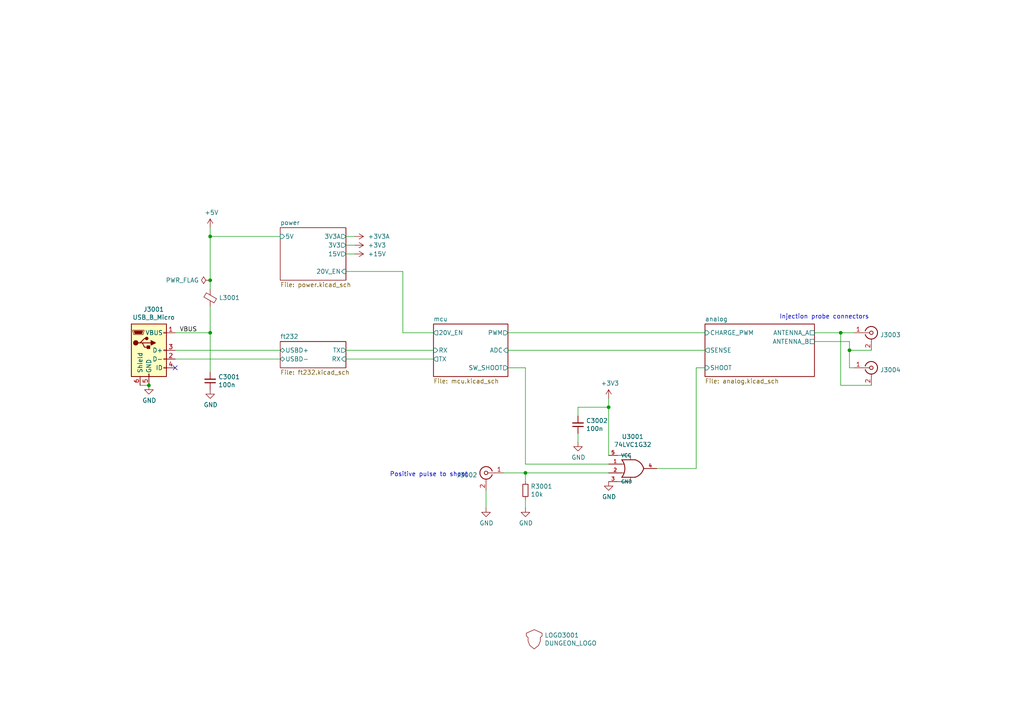
<source format=kicad_sch>
(kicad_sch (version 20250114) (generator "eeschema") (generator_version "9.0")
  (paper "A4")
  (title_block (title "Electromagnetic Fault Injector") (date "2019-10-29") (rev "0.1") (company "Ledger"))
  (lib_symbols
    (symbol "Connector:Conn_Coaxial" (pin_names (offset 1.016) (hide yes))
      (property "Reference" "J" (at 0.254 3.048 0))
      (property "Value" "Conn_Coaxial" (at 2.921 0 90))
      (symbol "Conn_Coaxial_0_1"
        (polyline (pts (xy -2.54 0) (xy -0.508 0)))
        (arc (start -1.778 0.508) (mid 0.222 1.8083) (end 1.778 0) (stroke (width 0.254)))
        (arc (start 1.778 0) (mid 0.222 -1.808) (end -1.778 -0.508) (stroke (width 0.254)))
        (circle (center 0 0) (radius 0.508) (stroke (width 0.2032)))
        (polyline (pts (xy 0 -2.54) (xy 0 -1.778)))
      )
      (symbol "Conn_Coaxial_1_1"
        (pin passive line (at -5.08 0 0) (length 2.54) (name "In") (number "1"))
        (pin passive line (at 0 -5.08 90) (length 2.54) (name "Ext") (number "2"))
      )
    )
    (symbol "Connector:USB_B_Micro" (pin_names (offset 1.016))
      (property "Reference" "J" (at -5.08 11.43 0))
      (property "Value" "USB_B_Micro" (at -5.08 8.89 0))
      (symbol "USB_B_Micro_0_1"
        (rectangle (start -5.08 -7.62) (end 5.08 7.62) (stroke (width 0.254)) (fill (type background)))
        (polyline (pts (xy -4.699 5.842) (xy -4.699 5.588) (xy -4.445 4.826) (xy -4.445 4.572) (xy -1.651 4.572) (xy -1.651 4.826) (xy -1.397 5.588) (xy -1.397 5.842) (xy -4.699 5.842)))
        (polyline (pts (xy -4.318 5.588) (xy -1.778 5.588) (xy -2.032 4.826) (xy -4.064 4.826) (xy -4.318 5.588)) (fill (type outline)))
        (circle (center -3.81 2.159) (radius 0.635) (stroke (width 0.254)) (fill (type outline)))
        (polyline (pts (xy -3.175 2.159) (xy -2.54 2.159) (xy -1.27 3.429) (xy -0.635 3.429)) (stroke (width 0.254)))
        (polyline (pts (xy -2.54 2.159) (xy -1.905 2.159) (xy -1.27 0.889) (xy 0 0.889)) (stroke (width 0.254)))
        (polyline (pts (xy -1.905 2.159) (xy 0.635 2.159)) (stroke (width 0.254)))
        (circle (center -0.635 3.429) (radius 0.381) (stroke (width 0.254)) (fill (type outline)))
        (rectangle (start -0.127 -7.62) (end 0.127 -6.858))
        (rectangle (start 0.254 1.27) (end -0.508 0.508) (stroke (width 0.254)) (fill (type outline)))
        (polyline (pts (xy 0.635 2.794) (xy 0.635 1.524) (xy 1.905 2.159) (xy 0.635 2.794)) (stroke (width 0.254)) (fill (type outline)))
        (rectangle (start 5.08 4.953) (end 4.318 5.207))
        (rectangle (start 5.08 -0.127) (end 4.318 0.127))
        (rectangle (start 5.08 -2.667) (end 4.318 -2.413))
        (rectangle (start 5.08 -5.207) (end 4.318 -4.953))
      )
      (symbol "USB_B_Micro_1_1"
        (pin passive line (at -2.54 -10.16 90) (length 2.54) (name "Shield") (number "6"))
        (pin power_out line (at 0 -10.16 90) (length 2.54) (name "GND") (number "5"))
        (pin power_out line (at 7.62 5.08 180) (length 2.54) (name "VBUS") (number "1"))
        (pin bidirectional line (at 7.62 0 180) (length 2.54) (name "D+") (number "3"))
        (pin bidirectional line (at 7.62 -2.54 180) (length 2.54) (name "D-") (number "2"))
        (pin passive line (at 7.62 -5.08 180) (length 2.54) (name "ID") (number "4"))
      )
    )
    (symbol "Device:C_Small" (pin_numbers (hide yes)) (pin_names (offset 0.254) (hide yes))
      (property "Reference" "C" (at 0.254 1.778 0))
      (property "Value" "C_Small" (at 0.254 -2.032 0))
      (symbol "C_Small_0_1"
        (polyline (pts (xy -1.524 0.508) (xy 1.524 0.508)) (stroke (width 0.3048)))
        (polyline (pts (xy -1.524 -0.508) (xy 1.524 -0.508)) (stroke (width 0.3302)))
      )
      (symbol "C_Small_1_1"
        (pin passive line (at 0 2.54 270) (length 2.032) (name "~") (number "1"))
        (pin passive line (at 0 -2.54 90) (length 2.032) (name "~") (number "2"))
      )
    )
    (symbol "Device:Ferrite_Bead_Small" (pin_numbers (hide yes)) (pin_names (offset 0))
      (property "Reference" "FB" (at 1.905 1.27 0))
      (property "Value" "Device_Ferrite_Bead_Small" (at 1.905 -1.27 0))
      (symbol "Ferrite_Bead_Small_0_1"
        (polyline (pts (xy -1.8288 0.2794) (xy -1.1176 1.4986) (xy 1.8288 -0.2032) (xy 1.1176 -1.4224) (xy -1.8288 0.2794)))
        (polyline (pts (xy 0 0.889) (xy 0 1.2954)))
        (polyline (pts (xy 0 -1.27) (xy 0 -0.7874)))
      )
      (symbol "Ferrite_Bead_Small_1_1"
        (pin passive line (at 0 2.54 270) (length 1.27) (name "~") (number "1"))
        (pin passive line (at 0 -2.54 90) (length 1.27) (name "~") (number "2"))
      )
    )
    (symbol "Device:R_Small" (pin_numbers (hide yes)) (pin_names (offset 0.254) (hide yes))
      (property "Reference" "R" (at 0.762 0.508 0))
      (property "Value" "R_Small" (at 0.762 -1.016 0))
      (symbol "R_Small_0_1"
        (rectangle (start -0.762 1.778) (end 0.762 -1.778) (stroke (width 0.2032)))
      )
      (symbol "R_Small_1_1"
        (pin passive line (at 0 2.54 270) (length 0.762) (name "~") (number "1"))
        (pin passive line (at 0 -2.54 90) (length 0.762) (name "~") (number "2"))
      )
    )
    (symbol "mylib:+3V3A" (power) (pin_numbers (hide yes)) (pin_names (offset 1.016))
      (property "Value" "mylib_+3V3A" (at 0 0 0))
      (symbol "+3V3A_1_1"
        (polyline (pts (xy -0.762 1.27) (xy 0 2.54)))
        (polyline (pts (xy 0 2.54) (xy 0.762 1.27)))
        (polyline (pts (xy 0 0) (xy 0 2.54)))
        (pin power_in line (at 0 0 90) (length 0) (hide yes) (name "+3V3A") (number "1"))
      )
    )
    (symbol "mylib:74LVC1G32" (pin_names (offset 1.016))
      (property "Reference" "U" (at -2.54 3.81 0))
      (property "Value" "mylib_74LVC1G32" (at 0 -3.81 0))
      (symbol "74LVC1G32_0_1"
        (arc (start -3.81 2.54) (mid -2.919 0) (end -3.81 -2.54) (stroke (width 0.254)))
        (polyline (pts (xy -5.08 3.81) (xy -1.27 3.81) (xy -1.27 2.54)))
        (polyline (pts (xy -5.08 -3.81) (xy -1.27 -3.81) (xy -1.27 -2.54)))
        (polyline (pts (xy -3.81 1.27) (xy -3.175 1.27)))
        (polyline (pts (xy -3.81 -1.27) (xy -3.175 -1.27)))
        (arc (start 2.54 0) (mid 1.601 -1.601) (end 0 -2.54) (stroke (width 0.254)))
        (arc (start 0 2.54) (mid 1.6136 1.6136) (end 2.54 0) (stroke (width 0.254)))
        (polyline (pts (xy 0 2.54) (xy -3.81 2.54)) (stroke (width 0.254)) (fill (type background)))
        (polyline (pts (xy 0 -2.54) (xy -3.81 -2.54)) (stroke (width 0.254)) (fill (type background)))
      )
      (symbol "74LVC1G32_1_1"
        (pin power_in line (at -7.62 3.81 0) (length 2.54) (name "VCC") (number "5"))
        (pin input line (at -7.62 1.27 0) (length 3.81) (name "~") (number "1"))
        (pin input line (at -7.62 -1.27 0) (length 3.81) (name "~") (number "2"))
        (pin power_in line (at -7.62 -3.81 0) (length 2.54) (name "GND") (number "3"))
        (pin output line (at 6.35 0 180) (length 3.81) (name "~") (number "4"))
      )
    )
    (symbol "mylib:DUNGEON_LOGO" (pin_names (offset 1.016))
      (property "Reference" "LOGO" (at 0 0 0))
      (property "Value" "mylib_DUNGEON_LOGO" (at 0 0 0))
      (symbol "DUNGEON_LOGO_0_1"
        (polyline (pts (xy 0 2.794) (xy 2.286 1.778) (xy 2.286 1.016) (xy 1.778 0.508) (xy 1.778 -0.508) (xy 1.27 -1.778) (xy 0 -2.794) (xy -1.27 -1.778) (xy -1.778 -0.508) (xy -1.778 0.508) (xy -2.286 1.016) (xy -2.286 1.778) (xy 0 2.794)))
      )
    )
    (symbol "power:+15V" (power) (pin_names (offset 0))
      (property "Value" "+15V" (at 0 3.556 0))
      (symbol "+15V_0_1"
        (polyline (pts (xy -0.762 1.27) (xy 0 2.54)))
        (polyline (pts (xy 0 2.54) (xy 0.762 1.27)))
        (polyline (pts (xy 0 0) (xy 0 2.54)))
      )
      (symbol "+15V_1_1"
        (pin power_in line (at 0 0 90) (length 0) (hide yes) (name "+15V") (number "1"))
      )
    )
    (symbol "power:+3V3" (power) (pin_names (offset 0))
      (property "Value" "+3V3" (at 0 3.556 0))
      (symbol "+3V3_0_1"
        (polyline (pts (xy -0.762 1.27) (xy 0 2.54)))
        (polyline (pts (xy 0 2.54) (xy 0.762 1.27)))
        (polyline (pts (xy 0 0) (xy 0 2.54)))
      )
      (symbol "+3V3_1_1"
        (pin power_in line (at 0 0 90) (length 0) (hide yes) (name "+3V3") (number "1"))
      )
    )
    (symbol "power:+5V" (power) (pin_names (offset 0))
      (property "Value" "+5V" (at 0 3.556 0))
      (symbol "+5V_0_1"
        (polyline (pts (xy -0.762 1.27) (xy 0 2.54)))
        (polyline (pts (xy 0 2.54) (xy 0.762 1.27)))
        (polyline (pts (xy 0 0) (xy 0 2.54)))
      )
      (symbol "+5V_1_1"
        (pin power_in line (at 0 0 90) (length 0) (hide yes) (name "+5V") (number "1"))
      )
    )
    (symbol "power:GND" (power) (pin_names (offset 0))
      (property "Value" "GND" (at 0 -3.81 0))
      (symbol "GND_0_1"
        (polyline (pts (xy 0 0) (xy 0 -1.27) (xy 1.27 -1.27) (xy 0 -2.54) (xy -1.27 -1.27) (xy 0 -1.27)))
      )
      (symbol "GND_1_1"
        (pin power_in line (at 0 0 270) (length 0) (hide yes) (name "GND") (number "1"))
      )
    )
    (symbol "power:PWR_FLAG" (power) (pin_numbers (hide yes)) (pin_names (offset 0) (hide yes))
      (property "Value" "PWR_FLAG" (at 0 3.81 0))
      (symbol "PWR_FLAG_0_0"
        (pin power_out line (at 0 0 90) (length 0) (name "pwr") (number "1"))
      )
      (symbol "PWR_FLAG_0_1"
        (polyline (pts (xy 0 0) (xy 0 1.27) (xy -1.016 1.905) (xy 0 2.54) (xy 1.016 1.905) (xy 0 1.27)))
      )
    )
  )
  (text "Positive pulse to shoot" (at 113.03 138.43 0) (effects (font (size 1.27 1.27)) (justify left bottom)))
  (text "Injection probe connectors" (at 226.06 92.71 0) (effects (font (size 1.27 1.27)) (justify left bottom)))
  (junction (at 60.96 81.28))
  (junction (at 176.53 118.11))
  (junction (at 152.4 137.16))
  (junction (at 246.38 101.6))
  (junction (at 43.18 111.76))
  (junction (at 60.96 96.52))
  (junction (at 243.84 96.52))
  (junction (at 60.96 68.58))
  (no_connect (at 50.8 106.68))
  (wire (pts (xy 167.64 125.73) (xy 167.64 128.27)))
  (wire (pts (xy 176.53 137.16) (xy 152.4 137.16)))
  (wire (pts (xy 100.33 104.14) (xy 125.73 104.14)))
  (wire (pts (xy 152.4 137.16) (xy 152.4 139.7)))
  (wire (pts (xy 252.73 101.6) (xy 246.38 101.6)))
  (wire (pts (xy 246.38 99.06) (xy 236.22 99.06)))
  (wire (pts (xy 243.84 96.52) (xy 247.65 96.52)))
  (wire (pts (xy 60.96 66.04) (xy 60.96 68.58)))
  (wire (pts (xy 60.96 96.52) (xy 60.96 107.95)))
  (wire (pts (xy 204.47 96.52) (xy 147.32 96.52)))
  (wire (pts (xy 152.4 106.68) (xy 147.32 106.68)))
  (wire (pts (xy 60.96 68.58) (xy 60.96 81.28)))
  (wire (pts (xy 176.53 115.57) (xy 176.53 118.11)))
  (wire (pts (xy 116.84 96.52) (xy 116.84 78.74)))
  (wire (pts (xy 60.96 83.82) (xy 60.96 81.28)))
  (wire (pts (xy 147.32 101.6) (xy 204.47 101.6)))
  (wire (pts (xy 81.28 104.14) (xy 50.8 104.14)))
  (wire (pts (xy 247.65 106.68) (xy 246.38 106.68)))
  (wire (pts (xy 102.87 68.58) (xy 100.33 68.58)))
  (wire (pts (xy 152.4 144.78) (xy 152.4 147.32)))
  (wire (pts (xy 152.4 134.62) (xy 152.4 106.68)))
  (wire (pts (xy 102.87 71.12) (xy 100.33 71.12)))
  (wire (pts (xy 167.64 118.11) (xy 167.64 120.65)))
  (wire (pts (xy 152.4 137.16) (xy 146.05 137.16)))
  (wire (pts (xy 102.87 73.66) (xy 100.33 73.66)))
  (wire (pts (xy 152.4 134.62) (xy 176.53 134.62)))
  (wire (pts (xy 125.73 101.6) (xy 100.33 101.6)))
  (wire (pts (xy 81.28 68.58) (xy 60.96 68.58)))
  (wire (pts (xy 246.38 106.68) (xy 246.38 101.6)))
  (wire (pts (xy 252.73 111.76) (xy 243.84 111.76)))
  (wire (pts (xy 176.53 118.11) (xy 167.64 118.11)))
  (wire (pts (xy 201.93 106.68) (xy 204.47 106.68)))
  (wire (pts (xy 43.18 111.76) (xy 40.64 111.76)))
  (wire (pts (xy 246.38 101.6) (xy 246.38 99.06)))
  (wire (pts (xy 201.93 135.89) (xy 201.93 106.68)))
  (wire (pts (xy 50.8 96.52) (xy 60.96 96.52)))
  (wire (pts (xy 243.84 111.76) (xy 243.84 96.52)))
  (wire (pts (xy 125.73 96.52) (xy 116.84 96.52)))
  (wire (pts (xy 176.53 118.11) (xy 176.53 132.08)))
  (wire (pts (xy 50.8 101.6) (xy 81.28 101.6)))
  (wire (pts (xy 236.22 96.52) (xy 243.84 96.52)))
  (wire (pts (xy 116.84 78.74) (xy 100.33 78.74)))
  (wire (pts (xy 140.97 147.32) (xy 140.97 142.24)))
  (wire (pts (xy 60.96 96.52) (xy 60.96 88.9)))
  (wire (pts (xy 190.5 135.89) (xy 201.93 135.89)))
  (label "VBUS" (at 52.07 96.52 0))
  (symbol (lib_id "Connector:USB_B_Micro") (at 43.18 101.6 0) (unit 1)
    (property "Reference" "J3001" (at 44.577 89.7382 0))
    (property "Value" "USB_B_Micro" (at 44.577 92.0496 0))
    (property "Footprint" "Connector_USB:USB_Micro-B_Wuerth_629105150521" (effects (hide yes)))
    (property "Manufacturer" "Wurth Electronik" (effects (hide yes)))
    (property "ManufacturerRef" "629105150521" (effects (hide yes)))
    (property "Price" "1.70" (effects (hide yes)))
    (property "Vendor" "Farnell" (effects (hide yes)))
    (property "VendorRef" "2470822" (effects (hide yes)))
  )
  (symbol (lib_id "power:+5V") (at 60.96 66.04 0) (unit 1)
    (property "Reference" "#PWR03002" (effects (hide yes)))
    (property "Value" "+5V" (at 61.341 61.6458 0))
  )
  (symbol (lib_id "Device:Ferrite_Bead_Small") (at 60.96 86.36 180) (unit 1)
    (property "Reference" "L3001" (at 63.5 86.36 0) (effects (justify right)))
    (property "Value" "Ferrite_Bead_Small" (effects (hide yes)))
    (property "Footprint" "Inductor_SMD:L_0603_1608Metric" (effects (hide yes)))
    (property "Vendor" "Farnell" (effects (hide yes)))
    (property "VendorRef" "1515746" (effects (hide yes)))
    (property "Manufacturer" "Murata" (effects (hide yes)))
    (property "ManufacturerRef" "BLM18PG600SN1D" (effects (hide yes)))
    (property "Price" "0.0492" (effects (hide yes)))
  )
  (symbol (lib_id "power:GND") (at 43.18 111.76 0) (unit 1)
    (property "Reference" "#PWR03001" (effects (hide yes)))
    (property "Value" "GND" (at 43.307 116.1542 0))
  )
  (symbol (lib_id "Device:C_Small") (at 60.96 110.49 180) (unit 1)
    (property "Reference" "C3001" (at 63.2968 109.3216 0) (effects (justify right)))
    (property "Value" "100n" (at 63.2968 111.633 0) (effects (justify right)))
    (property "Footprint" "Capacitor_SMD:C_0603_1608Metric" (effects (hide yes)))
    (property "Manufacturer" "Multicomp" (effects (hide yes)))
    (property "Vendor" "Farnell" (effects (hide yes)))
    (property "ManufacturerRef" "MC0603B104K250CT" (effects (hide yes)))
    (property "VendorRef" "1759037" (effects (hide yes)))
    (property "Price" "0.0477" (effects (hide yes)))
    (property "Voltage" "25" (effects (hide yes)))
  )
  (symbol (lib_id "power:GND") (at 60.96 113.03 0) (unit 1)
    (property "Reference" "#PWR03003" (effects (hide yes)))
    (property "Value" "GND" (at 61.087 117.4242 0))
  )
  (symbol (lib_id "mylib:DUNGEON_LOGO") (at 154.94 185.42 0) (unit 1)
    (property "Reference" "LOGO3001" (at 157.9372 184.2516 0) (effects (justify left)))
    (property "Value" "DUNGEON_LOGO" (at 157.9372 186.563 0) (effects (justify left)))
    (property "Footprint" "mykicadlibs:donjon-2000" (effects (hide yes)))
  )
  (symbol (lib_id "power:PWR_FLAG") (at 60.96 81.28 90) (unit 1)
    (property "Reference" "#FLG03001" (effects (hide yes)))
    (property "Value" "PWR_FLAG" (at 57.7088 81.28 90) (effects (justify left)))
  )
  (symbol (lib_id "mylib:+3V3A") (at 102.87 68.58 270) (unit 1)
    (property "Reference" "#PWR?03001" (effects (hide yes)))
    (property "Value" "+3V3A" (at 106.68 68.58 90) (effects (justify left)))
  )
  (symbol (lib_id "power:+3V3") (at 102.87 71.12 270) (unit 1)
    (property "Reference" "#PWR03004" (effects (hide yes)))
    (property "Value" "+3V3" (at 106.68 71.12 90) (effects (justify left)))
  )
  (symbol (lib_id "Connector:Conn_Coaxial") (at 252.73 96.52 0) (unit 1)
    (property "Reference" "J3003" (at 255.2446 97.1296 0) (effects (justify left)))
    (property "Value" "Conn_Coaxial" (effects (hide yes)))
    (property "Footprint" "mykicadlibs:SAMTEC_SMA_J_P_H_ST_EM3" (effects (hide yes)))
    (property "Datasheet" " ~" (effects (hide yes)))
    (property "Manufacturer" "Samtec" (effects (hide yes)))
    (property "ManufacturerRef" "SMA-J-P-H-ST-EM3" (effects (hide yes)))
    (property "Price" "4.57" (effects (hide yes)))
    (property "Vendor" "Farnell" (effects (hide yes)))
    (property "VendorRef" "2856819" (effects (hide yes)))
  )
  (symbol (lib_id "Connector:Conn_Coaxial") (at 140.97 137.16 0) (mirror y) (unit 1)
    (property "Reference" "J3002" (at 138.4554 137.7696 0) (effects (justify left)))
    (property "Value" "Conn_Coaxial" (effects (hide yes)))
    (property "Footprint" "mykicadlibs:SAMTEC_SMA_J_P_H_ST_EM3" (effects (hide yes)))
    (property "Datasheet" " ~" (effects (hide yes)))
    (property "Manufacturer" "Samtec" (effects (hide yes)))
    (property "ManufacturerRef" "SMA-J-P-H-ST-EM3" (effects (hide yes)))
    (property "Price" "4.57" (effects (hide yes)))
    (property "Vendor" "Farnell" (effects (hide yes)))
    (property "VendorRef" "2856819" (effects (hide yes)))
  )
  (symbol (lib_id "power:GND") (at 140.97 147.32 0) (unit 1)
    (property "Reference" "#PWR03006" (effects (hide yes)))
    (property "Value" "GND" (at 141.097 151.7142 0))
  )
  (symbol (lib_id "power:+15V") (at 102.87 73.66 270) (unit 1)
    (property "Reference" "#PWR03005" (effects (hide yes)))
    (property "Value" "+15V" (at 106.68 73.66 90) (effects (justify left)))
  )
  (symbol (lib_id "Connector:Conn_Coaxial") (at 252.73 106.68 0) (unit 1)
    (property "Reference" "J3004" (at 255.2446 107.2896 0) (effects (justify left)))
    (property "Value" "Conn_Coaxial" (effects (hide yes)))
    (property "Footprint" "mykicadlibs:SAMTEC_SMA_J_P_H_ST_EM3" (effects (hide yes)))
    (property "Datasheet" " ~" (effects (hide yes)))
    (property "Manufacturer" "Samtec" (effects (hide yes)))
    (property "ManufacturerRef" "SMA-J-P-H-ST-EM3" (effects (hide yes)))
    (property "Price" "4.57" (effects (hide yes)))
    (property "Vendor" "Farnell" (effects (hide yes)))
    (property "VendorRef" "2856819" (effects (hide yes)))
  )
  (symbol (lib_id "Device:R_Small") (at 152.4 142.24 0) (unit 1)
    (property "Reference" "R3001" (at 153.8986 141.0716 0) (effects (justify left)))
    (property "Value" "10k" (at 153.8986 143.383 0) (effects (justify left)))
    (property "Footprint" "Resistor_SMD:R_0603_1608Metric" (effects (hide yes)))
    (property "Manufacturer" "TE Connectivity" (effects (hide yes)))
    (property "ManufacturerRef" "CRGH0603J10K" (effects (hide yes)))
    (property "Price" "0.038" (effects (hide yes)))
    (property "Vendor" "Farnell" (effects (hide yes)))
    (property "VendorRef" "2331740" (effects (hide yes)))
  )
  (symbol (lib_id "power:GND") (at 152.4 147.32 0) (unit 1)
    (property "Reference" "#PWR03007" (effects (hide yes)))
    (property "Value" "GND" (at 152.527 151.7142 0))
  )
  (symbol (lib_id "mylib:74LVC1G32") (at 184.15 135.89 0) (unit 1)
    (property "Reference" "U3001" (at 183.515 126.6444 0))
    (property "Value" "74LVC1G32" (at 183.515 128.9558 0))
    (property "Footprint" "Package_TO_SOT_SMD:SOT-353_SC-70-5" (effects (hide yes)))
    (property "Datasheet" "http://www.ti.com/lit/sg/scyt129e/scyt129e.pdf" (effects (hide yes)))
    (property "Manufacturer" "Nexperia" (effects (hide yes)))
    (property "ManufacturerRef" "74LVC1G32GW,125" (effects (hide yes)))
    (property "Vendor" "Farnell" (effects (hide yes)))
    (property "VendorRef" "1631689" (effects (hide yes)))
    (property "Price" "0.151" (effects (hide yes)))
  )
  (symbol (lib_id "power:GND") (at 176.53 139.7 0) (unit 1)
    (property "Reference" "#PWR03010" (effects (hide yes)))
    (property "Value" "GND" (at 176.657 144.0942 0))
  )
  (symbol (lib_id "Device:C_Small") (at 167.64 123.19 180) (unit 1)
    (property "Reference" "C3002" (at 169.9768 122.0216 0) (effects (justify right)))
    (property "Value" "100n" (at 169.9768 124.333 0) (effects (justify right)))
    (property "Footprint" "Capacitor_SMD:C_0603_1608Metric" (effects (hide yes)))
    (property "Manufacturer" "Multicomp" (effects (hide yes)))
    (property "Vendor" "Farnell" (effects (hide yes)))
    (property "ManufacturerRef" "MC0603B104K250CT" (effects (hide yes)))
    (property "VendorRef" "1759037" (effects (hide yes)))
    (property "Price" "0.0477" (effects (hide yes)))
    (property "Voltage" "25" (effects (hide yes)))
  )
  (symbol (lib_id "power:+3V3") (at 176.53 115.57 0) (unit 1)
    (property "Reference" "#PWR03009" (effects (hide yes)))
    (property "Value" "+3V3" (at 176.911 111.1758 0))
  )
  (symbol (lib_id "power:GND") (at 167.64 128.27 0) (unit 1)
    (property "Reference" "#PWR03008" (effects (hide yes)))
    (property "Value" "GND" (at 167.767 132.6642 0))
  )
  (sheet (at 81.28 99.06) (size 19.05 7.62)
    (property "Sheetname" "ft232" (at 81.28 98.3484 0) (effects (justify left bottom)))
    (property "Sheetfile" "ft232.kicad_sch" (at 81.28 107.2646 0) (effects (justify left top)))
    (pin "TX" output (at 100.33 101.6 0))
    (pin "RX" input (at 100.33 104.14 0))
    (pin "USBD+" bidirectional (at 81.28 101.6 180))
    (pin "USBD-" bidirectional (at 81.28 104.14 180))
  )
  (sheet (at 125.73 93.98) (size 21.59 15.24)
    (property "Sheetname" "mcu" (at 125.73 93.2684 0) (effects (justify left bottom)))
    (property "Sheetfile" "mcu.kicad_sch" (at 125.73 109.8046 0) (effects (justify left top)))
    (pin "TX" output (at 125.73 104.14 180))
    (pin "RX" input (at 125.73 101.6 180))
    (pin "PWM" output (at 147.32 96.52 0))
    (pin "ADC" input (at 147.32 101.6 0))
    (pin "20V_EN" output (at 125.73 96.52 180))
    (pin "SW_SHOOT" output (at 147.32 106.68 0))
  )
  (sheet (at 81.28 66.04) (size 19.05 15.24)
    (property "Sheetname" "power" (at 81.28 65.3284 0) (effects (justify left bottom)))
    (property "Sheetfile" "power.kicad_sch" (at 81.28 81.8646 0) (effects (justify left top)))
    (pin "5V" input (at 81.28 68.58 180))
    (pin "3V3A" output (at 100.33 68.58 0))
    (pin "3V3" output (at 100.33 71.12 0))
    (pin "20V_EN" input (at 100.33 78.74 0))
    (pin "15V" output (at 100.33 73.66 0))
  )
  (sheet (at 204.47 93.98) (size 31.75 15.24)
    (property "Sheetname" "analog" (at 204.47 93.2684 0) (effects (justify left bottom)))
    (property "Sheetfile" "analog.kicad_sch" (at 204.47 109.8046 0) (effects (justify left top)))
    (pin "SENSE" output (at 204.47 101.6 180))
    (pin "CHARGE_PWM" input (at 204.47 96.52 180))
    (pin "ANTENNA_A" passive (at 236.22 96.52 0))
    (pin "ANTENNA_B" passive (at 236.22 99.06 0))
    (pin "SHOOT" input (at 204.47 106.68 180))
  )
)
</source>
